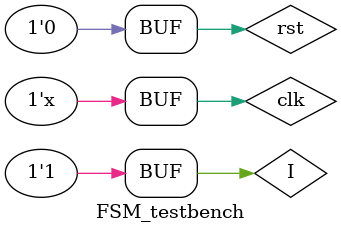
<source format=v>
`timescale 1ns / 1ps


module FSM_testbench;

	// Inputs
	reg I;
	reg clk;
	reg rst;

	// Outputs
	wire O;
	wire valid;

	// Instantiate the Unit Under Test (UUT)
	FSM uut (
		.I(I), 
		.O(O), 
		.clk(clk), 
		.rst(rst), 
		.valid(valid)
	);

	initial begin
		// Initialize Inputs
		I = 0;
		clk = 0;
		rst = 1;
		
		#4 I = 1;rst = 0;
		#10 I = 0;
		#10 I = 1;
		#10 I = 0;
		#29 rst = 1;
		#1 rst = 0;I = 0;
		#20 I = 1;
		#10 I = 0;
		#20 I = 1;
		#9 rst = 1;
		#1 rst = 0;I = 0;
		#10 I = 1;
		#20 I = 0;
		#10 I = 1;
		#19 rst = 1;
		#1 rst = 0;
        
		// Add stimulus here

	end
      always #5 clk=~clk;
endmodule


</source>
